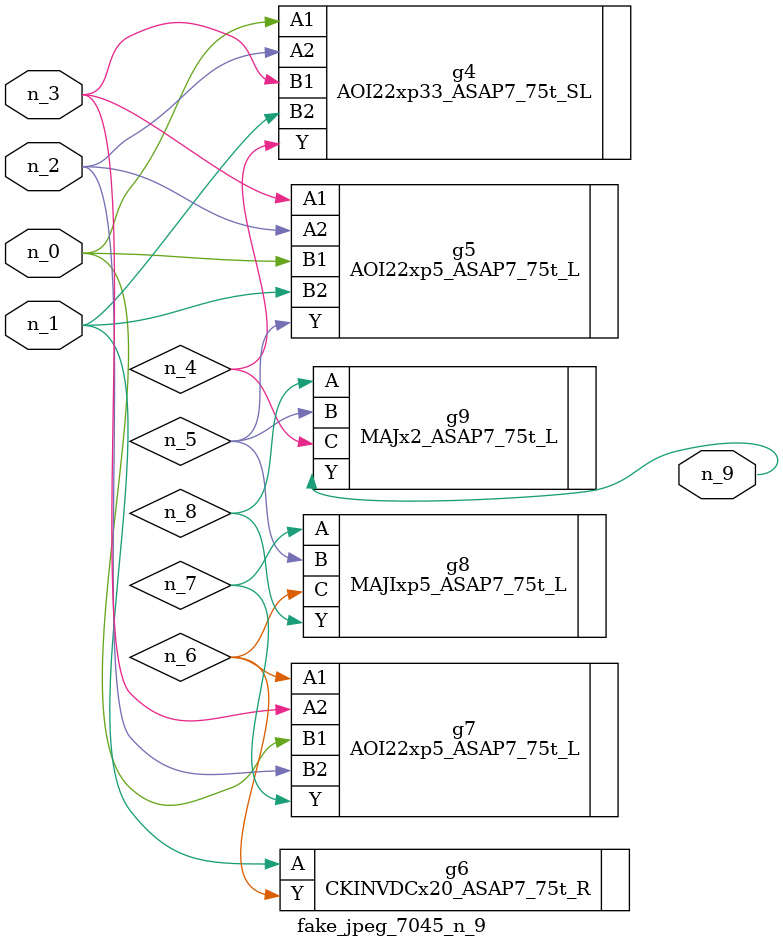
<source format=v>
module fake_jpeg_7045_n_9 (n_0, n_3, n_2, n_1, n_9);

input n_0;
input n_3;
input n_2;
input n_1;

output n_9;

wire n_4;
wire n_8;
wire n_6;
wire n_5;
wire n_7;

AOI22xp33_ASAP7_75t_SL g4 ( 
.A1(n_0),
.A2(n_2),
.B1(n_3),
.B2(n_1),
.Y(n_4)
);

AOI22xp5_ASAP7_75t_L g5 ( 
.A1(n_3),
.A2(n_2),
.B1(n_0),
.B2(n_1),
.Y(n_5)
);

CKINVDCx20_ASAP7_75t_R g6 ( 
.A(n_1),
.Y(n_6)
);

AOI22xp5_ASAP7_75t_L g7 ( 
.A1(n_6),
.A2(n_3),
.B1(n_0),
.B2(n_2),
.Y(n_7)
);

MAJIxp5_ASAP7_75t_L g8 ( 
.A(n_7),
.B(n_5),
.C(n_6),
.Y(n_8)
);

MAJx2_ASAP7_75t_L g9 ( 
.A(n_8),
.B(n_5),
.C(n_4),
.Y(n_9)
);


endmodule
</source>
